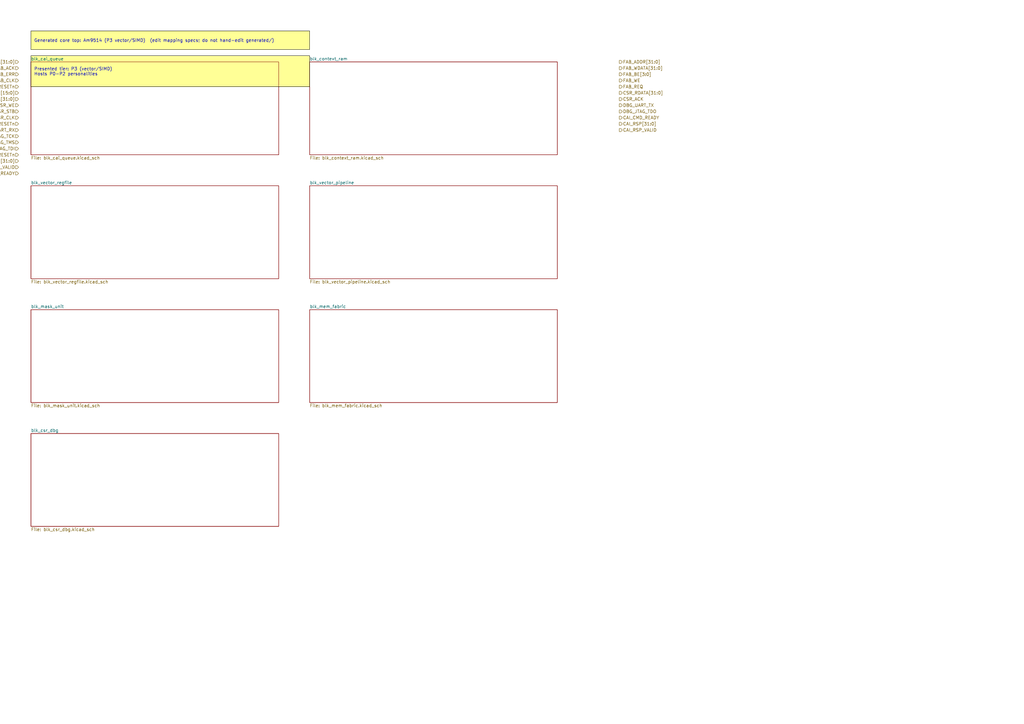
<source format=kicad_sch>
(kicad_sch
	(version 20250114)
	(generator "kicadgen")
	(generator_version "0.2")
	(uuid "d17f2b94-9a7f-5eb8-88f1-9cf0414c3d4b")
	(paper "A3")
	(title_block
		(title "Am9514 (P3 vector/SIMD) (generated)")
		(company "Project Carbon")
		(comment 1 "Generated - do not edit in generated/")
		(comment 2 "Edit in schem/kicad9/manual/ or refine mapping specs")
	)
	(lib_symbols)
	(text_box
		"Generated core top: Am9514 (P3 vector/SIMD)  (edit mapping specs; do not hand-edit generated/)"
		(exclude_from_sim no)
		(at
			12.7
			12.7
			0
		)
		(size 114.3 7.62)
		(margins
			1.27
			1.27
			1.27
			1.27
		)
		(stroke
			(width 0)
			(type default)
			(color
				0
				0
				0
				1
			)
		)
		(fill
			(type color)
			(color
				255
				255
				150
				1
			)
		)
		(effects
			(font
				(size 1.27 1.27)
			)
			(justify left)
		)
		(uuid "2f2f3920-3717-5c0b-beaf-608157fa4657")
	)
	(text_box
		"Presented tier: P3 (vector/SIMD)\nHosts P0-P2 personalities"
		(exclude_from_sim no)
		(at
			12.7
			22.86
			0
		)
		(size 114.3 12.7)
		(margins
			1.27
			1.27
			1.27
			1.27
		)
		(stroke
			(width 0)
			(type default)
			(color
				0
				0
				0
				1
			)
		)
		(fill
			(type color)
			(color
				255
				255
				150
				1
			)
		)
		(effects
			(font
				(size 1.27 1.27)
			)
			(justify left)
		)
		(uuid "5d1b7dd7-42a6-551b-a893-3cc289807dd1")
	)
	(sheet
		(at 12.7 25.4)
		(size 101.6 38.1)
		(exclude_from_sim no)
		(in_bom yes)
		(on_board yes)
		(dnp no)
		(stroke
			(width 0)
			(type solid)
		)
		(fill
			(color
				0
				0
				0
				0
			)
		)
		(uuid "70d46983-73bd-590c-bc8f-44ea6d093e50")
		(property
			"Sheetname"
			"blk_cai_queue"
			(at
				12.7
				24.13
				0
			)
			(effects
				(font
					(size 1.27 1.27)
				)
				(justify left)
			)
		)
		(property
			"Sheetfile"
			"blk_cai_queue.kicad_sch"
			(at
				12.7
				64.77
				0
			)
			(effects
				(font
					(size 1.27 1.27)
				)
				(justify left)
			)
		)
		(instances
			(project
				"core_Am9514"
				(path
					"/d17f2b94-9a7f-5eb8-88f1-9cf0414c3d4b"
					(page "2")
				)
			)
		)
	)
	(sheet
		(at 127 25.4)
		(size 101.6 38.1)
		(exclude_from_sim no)
		(in_bom yes)
		(on_board yes)
		(dnp no)
		(stroke
			(width 0)
			(type solid)
		)
		(fill
			(color
				0
				0
				0
				0
			)
		)
		(uuid "5deb190b-ae1d-5412-893d-acce773ac17e")
		(property
			"Sheetname"
			"blk_context_ram"
			(at
				127
				24.13
				0
			)
			(effects
				(font
					(size 1.27 1.27)
				)
				(justify left)
			)
		)
		(property
			"Sheetfile"
			"blk_context_ram.kicad_sch"
			(at
				127
				64.77
				0
			)
			(effects
				(font
					(size 1.27 1.27)
				)
				(justify left)
			)
		)
		(instances
			(project
				"core_Am9514"
				(path
					"/d17f2b94-9a7f-5eb8-88f1-9cf0414c3d4b"
					(page "3")
				)
			)
		)
	)
	(sheet
		(at 12.7 76.2)
		(size 101.6 38.1)
		(exclude_from_sim no)
		(in_bom yes)
		(on_board yes)
		(dnp no)
		(stroke
			(width 0)
			(type solid)
		)
		(fill
			(color
				0
				0
				0
				0
			)
		)
		(uuid "65f8dc5e-2d77-50a4-85cd-ad0119c5d0d1")
		(property
			"Sheetname"
			"blk_vector_regfile"
			(at
				12.7
				74.93
				0
			)
			(effects
				(font
					(size 1.27 1.27)
				)
				(justify left)
			)
		)
		(property
			"Sheetfile"
			"blk_vector_regfile.kicad_sch"
			(at
				12.7
				115.57
				0
			)
			(effects
				(font
					(size 1.27 1.27)
				)
				(justify left)
			)
		)
		(instances
			(project
				"core_Am9514"
				(path
					"/d17f2b94-9a7f-5eb8-88f1-9cf0414c3d4b"
					(page "4")
				)
			)
		)
	)
	(sheet
		(at 127 76.2)
		(size 101.6 38.1)
		(exclude_from_sim no)
		(in_bom yes)
		(on_board yes)
		(dnp no)
		(stroke
			(width 0)
			(type solid)
		)
		(fill
			(color
				0
				0
				0
				0
			)
		)
		(uuid "3bf54aec-077f-5310-98ea-7b4a13044212")
		(property
			"Sheetname"
			"blk_vector_pipeline"
			(at
				127
				74.93
				0
			)
			(effects
				(font
					(size 1.27 1.27)
				)
				(justify left)
			)
		)
		(property
			"Sheetfile"
			"blk_vector_pipeline.kicad_sch"
			(at
				127
				115.57
				0
			)
			(effects
				(font
					(size 1.27 1.27)
				)
				(justify left)
			)
		)
		(instances
			(project
				"core_Am9514"
				(path
					"/d17f2b94-9a7f-5eb8-88f1-9cf0414c3d4b"
					(page "5")
				)
			)
		)
	)
	(sheet
		(at 12.7 127)
		(size 101.6 38.1)
		(exclude_from_sim no)
		(in_bom yes)
		(on_board yes)
		(dnp no)
		(stroke
			(width 0)
			(type solid)
		)
		(fill
			(color
				0
				0
				0
				0
			)
		)
		(uuid "c3a671ca-d29e-5434-b1c7-fc196d456c6a")
		(property
			"Sheetname"
			"blk_mask_unit"
			(at
				12.7
				125.73
				0
			)
			(effects
				(font
					(size 1.27 1.27)
				)
				(justify left)
			)
		)
		(property
			"Sheetfile"
			"blk_mask_unit.kicad_sch"
			(at
				12.7
				166.37
				0
			)
			(effects
				(font
					(size 1.27 1.27)
				)
				(justify left)
			)
		)
		(instances
			(project
				"core_Am9514"
				(path
					"/d17f2b94-9a7f-5eb8-88f1-9cf0414c3d4b"
					(page "6")
				)
			)
		)
	)
	(sheet
		(at 127 127)
		(size 101.6 38.1)
		(exclude_from_sim no)
		(in_bom yes)
		(on_board yes)
		(dnp no)
		(stroke
			(width 0)
			(type solid)
		)
		(fill
			(color
				0
				0
				0
				0
			)
		)
		(uuid "93c35ae9-1681-5dec-bef1-a3ebadefe312")
		(property
			"Sheetname"
			"blk_mem_fabric"
			(at
				127
				125.73
				0
			)
			(effects
				(font
					(size 1.27 1.27)
				)
				(justify left)
			)
		)
		(property
			"Sheetfile"
			"blk_mem_fabric.kicad_sch"
			(at
				127
				166.37
				0
			)
			(effects
				(font
					(size 1.27 1.27)
				)
				(justify left)
			)
		)
		(instances
			(project
				"core_Am9514"
				(path
					"/d17f2b94-9a7f-5eb8-88f1-9cf0414c3d4b"
					(page "7")
				)
			)
		)
	)
	(sheet
		(at 12.7 177.8)
		(size 101.6 38.1)
		(exclude_from_sim no)
		(in_bom yes)
		(on_board yes)
		(dnp no)
		(stroke
			(width 0)
			(type solid)
		)
		(fill
			(color
				0
				0
				0
				0
			)
		)
		(uuid "0852be2e-a37c-537e-9840-48e7cef2209c")
		(property
			"Sheetname"
			"blk_csr_dbg"
			(at
				12.7
				176.53
				0
			)
			(effects
				(font
					(size 1.27 1.27)
				)
				(justify left)
			)
		)
		(property
			"Sheetfile"
			"blk_csr_dbg.kicad_sch"
			(at
				12.7
				217.17
				0
			)
			(effects
				(font
					(size 1.27 1.27)
				)
				(justify left)
			)
		)
		(instances
			(project
				"core_Am9514"
				(path
					"/d17f2b94-9a7f-5eb8-88f1-9cf0414c3d4b"
					(page "8")
				)
			)
		)
	)
	(hierarchical_label
		"FAB_ADDR[31:0]"
		(shape output)
		(at
			254
			25.4
			0
		)
		(effects
			(font
				(size 1.27 1.27)
			)
			(justify left)
		)
		(uuid "ac3d0fdc-5386-5fbf-b2f5-b30973631a28")
	)
	(hierarchical_label
		"FAB_WDATA[31:0]"
		(shape output)
		(at
			254
			27.94
			0
		)
		(effects
			(font
				(size 1.27 1.27)
			)
			(justify left)
		)
		(uuid "cdd26d8e-64a6-520f-b58d-77252bb0c849")
	)
	(hierarchical_label
		"FAB_RDATA[31:0]"
		(shape input)
		(at
			7.62
			25.4
			180
		)
		(effects
			(font
				(size 1.27 1.27)
			)
			(justify right)
		)
		(uuid "1698b422-ae8d-5b34-8020-55e3e4f52039")
	)
	(hierarchical_label
		"FAB_BE[3:0]"
		(shape output)
		(at
			254
			30.48
			0
		)
		(effects
			(font
				(size 1.27 1.27)
			)
			(justify left)
		)
		(uuid "6939e7ec-3b78-592b-b985-869d0667593c")
	)
	(hierarchical_label
		"FAB_WE"
		(shape output)
		(at
			254
			33.02
			0
		)
		(effects
			(font
				(size 1.27 1.27)
			)
			(justify left)
		)
		(uuid "a2649326-9922-59ab-b464-158cdad27581")
	)
	(hierarchical_label
		"FAB_REQ"
		(shape output)
		(at
			254
			35.56
			0
		)
		(effects
			(font
				(size 1.27 1.27)
			)
			(justify left)
		)
		(uuid "4bfa8323-bcce-54da-aaa9-d38e75bdeaf4")
	)
	(hierarchical_label
		"FAB_ACK"
		(shape input)
		(at
			7.62
			27.94
			180
		)
		(effects
			(font
				(size 1.27 1.27)
			)
			(justify right)
		)
		(uuid "f7a63759-2ad8-50c9-9fc4-9d1192f39271")
	)
	(hierarchical_label
		"FAB_ERR"
		(shape input)
		(at
			7.62
			30.48
			180
		)
		(effects
			(font
				(size 1.27 1.27)
			)
			(justify right)
		)
		(uuid "757cdb64-12f9-5223-82a1-f9094a2de2e9")
	)
	(hierarchical_label
		"FAB_CLK"
		(shape input)
		(at
			7.62
			33.02
			180
		)
		(effects
			(font
				(size 1.27 1.27)
			)
			(justify right)
		)
		(uuid "42e62e10-4985-5556-af08-22c54a5f563f")
	)
	(hierarchical_label
		"FAB_RESETn"
		(shape input)
		(at
			7.62
			35.56
			180
		)
		(effects
			(font
				(size 1.27 1.27)
			)
			(justify right)
		)
		(uuid "38a88c8b-3876-55d3-b361-6ed575f36d3d")
	)
	(hierarchical_label
		"CSR_ADDR[15:0]"
		(shape input)
		(at
			7.62
			38.1
			180
		)
		(effects
			(font
				(size 1.27 1.27)
			)
			(justify right)
		)
		(uuid "38c9a8f0-d101-522a-9f7f-5a711513dba0")
	)
	(hierarchical_label
		"CSR_WDATA[31:0]"
		(shape input)
		(at
			7.62
			40.64
			180
		)
		(effects
			(font
				(size 1.27 1.27)
			)
			(justify right)
		)
		(uuid "0154f2c9-9a37-5a2e-80a1-bda68ba97715")
	)
	(hierarchical_label
		"CSR_RDATA[31:0]"
		(shape output)
		(at
			254
			38.1
			0
		)
		(effects
			(font
				(size 1.27 1.27)
			)
			(justify left)
		)
		(uuid "faf7051d-f322-5e13-a0eb-a003f63ac3d0")
	)
	(hierarchical_label
		"CSR_WE"
		(shape input)
		(at
			7.62
			43.18
			180
		)
		(effects
			(font
				(size 1.27 1.27)
			)
			(justify right)
		)
		(uuid "61d2c4fd-7ff4-5f4d-bd6f-5a230ed29bcc")
	)
	(hierarchical_label
		"CSR_STB"
		(shape input)
		(at
			7.62
			45.72
			180
		)
		(effects
			(font
				(size 1.27 1.27)
			)
			(justify right)
		)
		(uuid "593501e2-5c64-527e-97b4-e4eeaf51253b")
	)
	(hierarchical_label
		"CSR_ACK"
		(shape output)
		(at
			254
			40.64
			0
		)
		(effects
			(font
				(size 1.27 1.27)
			)
			(justify left)
		)
		(uuid "1aecc2b3-eb17-5216-b9c1-4b8ba196fbe4")
	)
	(hierarchical_label
		"CSR_CLK"
		(shape input)
		(at
			7.62
			48.26
			180
		)
		(effects
			(font
				(size 1.27 1.27)
			)
			(justify right)
		)
		(uuid "a92d76c8-308b-53f6-aed8-59da3dc36099")
	)
	(hierarchical_label
		"CSR_RESETn"
		(shape input)
		(at
			7.62
			50.8
			180
		)
		(effects
			(font
				(size 1.27 1.27)
			)
			(justify right)
		)
		(uuid "ef856d4a-2bcb-5753-b363-19cb2518fd96")
	)
	(hierarchical_label
		"DBG_UART_TX"
		(shape output)
		(at
			254
			43.18
			0
		)
		(effects
			(font
				(size 1.27 1.27)
			)
			(justify left)
		)
		(uuid "45199bb8-eac1-5086-93a0-a67a0bfde535")
	)
	(hierarchical_label
		"DBG_UART_RX"
		(shape input)
		(at
			7.62
			53.34
			180
		)
		(effects
			(font
				(size 1.27 1.27)
			)
			(justify right)
		)
		(uuid "f41d3436-07cc-5c12-8611-1e6c5d455fe0")
	)
	(hierarchical_label
		"DBG_JTAG_TCK"
		(shape input)
		(at
			7.62
			55.88
			180
		)
		(effects
			(font
				(size 1.27 1.27)
			)
			(justify right)
		)
		(uuid "e7b874e4-3715-5986-ba00-e599425b3dfe")
	)
	(hierarchical_label
		"DBG_JTAG_TMS"
		(shape input)
		(at
			7.62
			58.42
			180
		)
		(effects
			(font
				(size 1.27 1.27)
			)
			(justify right)
		)
		(uuid "93d098d3-50bc-5158-b8d1-7ddd79d6c851")
	)
	(hierarchical_label
		"DBG_JTAG_TDI"
		(shape input)
		(at
			7.62
			60.96
			180
		)
		(effects
			(font
				(size 1.27 1.27)
			)
			(justify right)
		)
		(uuid "9a5b415d-bfce-5d54-8387-9f6ce8abd0dc")
	)
	(hierarchical_label
		"DBG_JTAG_TDO"
		(shape output)
		(at
			254
			45.72
			0
		)
		(effects
			(font
				(size 1.27 1.27)
			)
			(justify left)
		)
		(uuid "1ebffcce-8070-5881-ae08-bd26650fc819")
	)
	(hierarchical_label
		"DBG_RESETn"
		(shape input)
		(at
			7.62
			63.5
			180
		)
		(effects
			(font
				(size 1.27 1.27)
			)
			(justify right)
		)
		(uuid "4a39ff1c-f054-5482-b06a-4356b568542d")
	)
	(hierarchical_label
		"CAI_CMD[31:0]"
		(shape input)
		(at
			7.62
			66.04
			180
		)
		(effects
			(font
				(size 1.27 1.27)
			)
			(justify right)
		)
		(uuid "61c2af87-008c-55bf-9068-f23e8fe36594")
	)
	(hierarchical_label
		"CAI_CMD_VALID"
		(shape input)
		(at
			7.62
			68.58
			180
		)
		(effects
			(font
				(size 1.27 1.27)
			)
			(justify right)
		)
		(uuid "b69c6cd8-726c-5d7c-8524-9878c6ef65ff")
	)
	(hierarchical_label
		"CAI_CMD_READY"
		(shape output)
		(at
			254
			48.26
			0
		)
		(effects
			(font
				(size 1.27 1.27)
			)
			(justify left)
		)
		(uuid "90d8baec-45f0-5eb3-8135-7de90285e2a8")
	)
	(hierarchical_label
		"CAI_RSP[31:0]"
		(shape output)
		(at
			254
			50.8
			0
		)
		(effects
			(font
				(size 1.27 1.27)
			)
			(justify left)
		)
		(uuid "dcbe4b22-a136-5a85-8c0e-69f1f18118d1")
	)
	(hierarchical_label
		"CAI_RSP_VALID"
		(shape output)
		(at
			254
			53.34
			0
		)
		(effects
			(font
				(size 1.27 1.27)
			)
			(justify left)
		)
		(uuid "56eb7d76-1e1a-5e30-909f-41701875a40d")
	)
	(hierarchical_label
		"CAI_RSP_READY"
		(shape input)
		(at
			7.62
			71.12
			180
		)
		(effects
			(font
				(size 1.27 1.27)
			)
			(justify right)
		)
		(uuid "434e1b6b-3f9e-5ea2-9087-b9dc49bae20f")
	)
	(sheet_instances
		(path
			"/"
			(page "1")
		)
	)
	(embedded_fonts no)
)

</source>
